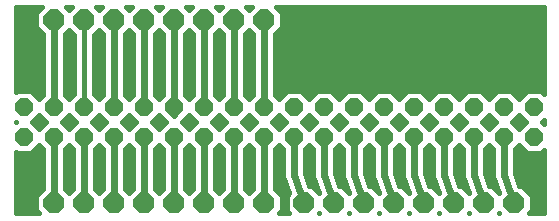
<source format=gbl>
G75*
%MOIN*%
%OFA0B0*%
%FSLAX25Y25*%
%IPPOS*%
%LPD*%
%AMOC8*
5,1,8,0,0,1.08239X$1,22.5*
%
%ADD10OC8,0.06000*%
%ADD11OC8,0.07000*%
%ADD12C,0.02400*%
%ADD13C,0.01600*%
D10*
X0011013Y0033670D03*
X0021013Y0033670D03*
X0031013Y0033670D03*
X0041013Y0033670D03*
X0051013Y0033670D03*
X0061013Y0033670D03*
X0071013Y0033670D03*
X0081013Y0033670D03*
X0091013Y0033670D03*
X0101013Y0033670D03*
X0111013Y0033670D03*
X0121013Y0033670D03*
X0131013Y0033670D03*
X0141013Y0033670D03*
X0151013Y0033670D03*
X0161013Y0033670D03*
X0171013Y0033670D03*
X0181013Y0033670D03*
X0181013Y0043670D03*
X0171013Y0043670D03*
X0161013Y0043670D03*
X0151013Y0043670D03*
X0141013Y0043670D03*
X0131013Y0043670D03*
X0121013Y0043670D03*
X0111013Y0043670D03*
X0101013Y0043670D03*
X0091013Y0043670D03*
X0081013Y0043670D03*
X0071013Y0043670D03*
X0061013Y0043670D03*
X0051013Y0043670D03*
X0041013Y0043670D03*
X0031013Y0043670D03*
X0021013Y0043670D03*
X0011013Y0043670D03*
D11*
X0021013Y0072725D03*
X0031013Y0072725D03*
X0041013Y0072725D03*
X0051013Y0072725D03*
X0061013Y0072725D03*
X0071013Y0072725D03*
X0081013Y0072725D03*
X0091013Y0072725D03*
X0091013Y0011595D03*
X0081013Y0011595D03*
X0071013Y0011595D03*
X0061013Y0011595D03*
X0051013Y0011595D03*
X0041013Y0011595D03*
X0031013Y0011595D03*
X0021013Y0011595D03*
X0104517Y0011643D03*
X0114517Y0011643D03*
X0124517Y0011643D03*
X0134517Y0011643D03*
X0144517Y0011643D03*
X0154517Y0011643D03*
X0164517Y0011643D03*
X0174517Y0011643D03*
D12*
X0171013Y0021170D01*
X0171013Y0033670D01*
X0161013Y0033670D02*
X0161013Y0021170D01*
X0164517Y0011643D01*
X0154517Y0011643D02*
X0151013Y0021170D01*
X0151013Y0033670D01*
X0141013Y0033670D02*
X0141013Y0021170D01*
X0144517Y0011643D01*
X0134517Y0011643D02*
X0131013Y0021170D01*
X0131013Y0033670D01*
X0121013Y0033670D02*
X0121013Y0021170D01*
X0124517Y0011643D01*
X0114517Y0011643D02*
X0111013Y0021170D01*
X0111013Y0033670D01*
X0101013Y0033670D02*
X0101013Y0021170D01*
X0104517Y0011643D01*
X0091013Y0011595D02*
X0091013Y0033670D01*
X0081013Y0033670D02*
X0081013Y0011595D01*
X0071013Y0011595D02*
X0071013Y0033670D01*
X0061013Y0033670D02*
X0061013Y0011595D01*
X0051013Y0011595D02*
X0051013Y0033670D01*
X0041013Y0033670D02*
X0041013Y0011595D01*
X0031013Y0011595D02*
X0031013Y0033670D01*
X0021013Y0033670D02*
X0021013Y0011595D01*
X0061013Y0041170D02*
X0061013Y0072725D01*
X0071013Y0072725D02*
X0071013Y0043670D01*
X0081013Y0043670D02*
X0081013Y0072725D01*
X0091013Y0072725D02*
X0091013Y0043670D01*
X0051013Y0043670D02*
X0051013Y0072725D01*
X0041013Y0072725D02*
X0041013Y0043670D01*
X0021013Y0043670D02*
X0021013Y0072725D01*
D13*
X0008281Y0028765D02*
X0008281Y0008281D01*
X0015983Y0008281D01*
X0015113Y0009151D01*
X0015113Y0014039D01*
X0017413Y0016339D01*
X0017413Y0029633D01*
X0016013Y0031033D01*
X0013249Y0028270D01*
X0008776Y0028270D01*
X0008281Y0028765D01*
X0008281Y0028164D02*
X0017413Y0028164D01*
X0017413Y0026565D02*
X0008281Y0026565D01*
X0008281Y0024967D02*
X0017413Y0024967D01*
X0017413Y0023368D02*
X0008281Y0023368D01*
X0008281Y0021770D02*
X0017413Y0021770D01*
X0017413Y0020171D02*
X0008281Y0020171D01*
X0008281Y0018573D02*
X0017413Y0018573D01*
X0017413Y0016974D02*
X0008281Y0016974D01*
X0008281Y0015375D02*
X0016449Y0015375D01*
X0015113Y0013777D02*
X0008281Y0013777D01*
X0008281Y0012178D02*
X0015113Y0012178D01*
X0015113Y0010580D02*
X0008281Y0010580D01*
X0008281Y0008981D02*
X0015283Y0008981D01*
X0024613Y0016339D02*
X0026013Y0014939D01*
X0027413Y0016339D01*
X0027413Y0029633D01*
X0026013Y0031033D01*
X0024613Y0029633D01*
X0024613Y0016339D01*
X0024613Y0016974D02*
X0027413Y0016974D01*
X0027413Y0018573D02*
X0024613Y0018573D01*
X0024613Y0020171D02*
X0027413Y0020171D01*
X0027413Y0021770D02*
X0024613Y0021770D01*
X0024613Y0023368D02*
X0027413Y0023368D01*
X0027413Y0024967D02*
X0024613Y0024967D01*
X0024613Y0026565D02*
X0027413Y0026565D01*
X0027413Y0028164D02*
X0024613Y0028164D01*
X0024741Y0029762D02*
X0027284Y0029762D01*
X0034613Y0029633D02*
X0036013Y0031033D01*
X0037413Y0029633D01*
X0037413Y0016339D01*
X0036013Y0014939D01*
X0034613Y0016339D01*
X0034613Y0029633D01*
X0034741Y0029762D02*
X0037284Y0029762D01*
X0037413Y0028164D02*
X0034613Y0028164D01*
X0034613Y0026565D02*
X0037413Y0026565D01*
X0037413Y0024967D02*
X0034613Y0024967D01*
X0034613Y0023368D02*
X0037413Y0023368D01*
X0037413Y0021770D02*
X0034613Y0021770D01*
X0034613Y0020171D02*
X0037413Y0020171D01*
X0037413Y0018573D02*
X0034613Y0018573D01*
X0034613Y0016974D02*
X0037413Y0016974D01*
X0036449Y0015375D02*
X0035576Y0015375D01*
X0044613Y0016339D02*
X0046013Y0014939D01*
X0047413Y0016339D01*
X0047413Y0029633D01*
X0046013Y0031033D01*
X0044613Y0029633D01*
X0044613Y0016339D01*
X0044613Y0016974D02*
X0047413Y0016974D01*
X0047413Y0018573D02*
X0044613Y0018573D01*
X0044613Y0020171D02*
X0047413Y0020171D01*
X0047413Y0021770D02*
X0044613Y0021770D01*
X0044613Y0023368D02*
X0047413Y0023368D01*
X0047413Y0024967D02*
X0044613Y0024967D01*
X0044613Y0026565D02*
X0047413Y0026565D01*
X0047413Y0028164D02*
X0044613Y0028164D01*
X0044741Y0029762D02*
X0047284Y0029762D01*
X0054613Y0029633D02*
X0056013Y0031033D01*
X0057413Y0029633D01*
X0057413Y0016339D01*
X0056013Y0014939D01*
X0054613Y0016339D01*
X0054613Y0029633D01*
X0054741Y0029762D02*
X0057284Y0029762D01*
X0057413Y0028164D02*
X0054613Y0028164D01*
X0054613Y0026565D02*
X0057413Y0026565D01*
X0057413Y0024967D02*
X0054613Y0024967D01*
X0054613Y0023368D02*
X0057413Y0023368D01*
X0057413Y0021770D02*
X0054613Y0021770D01*
X0054613Y0020171D02*
X0057413Y0020171D01*
X0057413Y0018573D02*
X0054613Y0018573D01*
X0054613Y0016974D02*
X0057413Y0016974D01*
X0056449Y0015375D02*
X0055576Y0015375D01*
X0046449Y0015375D02*
X0045576Y0015375D01*
X0064613Y0016339D02*
X0064613Y0029633D01*
X0066013Y0031033D01*
X0067413Y0029633D01*
X0067413Y0016339D01*
X0066013Y0014939D01*
X0064613Y0016339D01*
X0064613Y0016974D02*
X0067413Y0016974D01*
X0067413Y0018573D02*
X0064613Y0018573D01*
X0064613Y0020171D02*
X0067413Y0020171D01*
X0067413Y0021770D02*
X0064613Y0021770D01*
X0064613Y0023368D02*
X0067413Y0023368D01*
X0067413Y0024967D02*
X0064613Y0024967D01*
X0064613Y0026565D02*
X0067413Y0026565D01*
X0067413Y0028164D02*
X0064613Y0028164D01*
X0064741Y0029762D02*
X0067284Y0029762D01*
X0074613Y0029633D02*
X0076013Y0031033D01*
X0077413Y0029633D01*
X0077413Y0016339D01*
X0076013Y0014939D01*
X0074613Y0016339D01*
X0074613Y0029633D01*
X0074741Y0029762D02*
X0077284Y0029762D01*
X0077413Y0028164D02*
X0074613Y0028164D01*
X0074613Y0026565D02*
X0077413Y0026565D01*
X0077413Y0024967D02*
X0074613Y0024967D01*
X0074613Y0023368D02*
X0077413Y0023368D01*
X0077413Y0021770D02*
X0074613Y0021770D01*
X0074613Y0020171D02*
X0077413Y0020171D01*
X0077413Y0018573D02*
X0074613Y0018573D01*
X0074613Y0016974D02*
X0077413Y0016974D01*
X0076449Y0015375D02*
X0075576Y0015375D01*
X0084613Y0016339D02*
X0084613Y0029633D01*
X0086013Y0031033D01*
X0087413Y0029633D01*
X0087413Y0016339D01*
X0086013Y0014939D01*
X0084613Y0016339D01*
X0084613Y0016974D02*
X0087413Y0016974D01*
X0087413Y0018573D02*
X0084613Y0018573D01*
X0084613Y0020171D02*
X0087413Y0020171D01*
X0087413Y0021770D02*
X0084613Y0021770D01*
X0084613Y0023368D02*
X0087413Y0023368D01*
X0087413Y0024967D02*
X0084613Y0024967D01*
X0084613Y0026565D02*
X0087413Y0026565D01*
X0087413Y0028164D02*
X0084613Y0028164D01*
X0084741Y0029762D02*
X0087284Y0029762D01*
X0094613Y0029633D02*
X0096013Y0031033D01*
X0097413Y0029633D01*
X0097413Y0021243D01*
X0097387Y0020600D01*
X0097413Y0020529D01*
X0097413Y0020454D01*
X0097659Y0019860D01*
X0099469Y0014938D01*
X0098617Y0014086D01*
X0098617Y0009199D01*
X0099534Y0008281D01*
X0096042Y0008281D01*
X0096913Y0009151D01*
X0096913Y0014039D01*
X0094613Y0016339D01*
X0094613Y0029633D01*
X0094741Y0029762D02*
X0097284Y0029762D01*
X0097413Y0028164D02*
X0094613Y0028164D01*
X0094613Y0026565D02*
X0097413Y0026565D01*
X0097413Y0024967D02*
X0094613Y0024967D01*
X0094613Y0023368D02*
X0097413Y0023368D01*
X0097413Y0021770D02*
X0094613Y0021770D01*
X0094613Y0020171D02*
X0097530Y0020171D01*
X0098132Y0018573D02*
X0094613Y0018573D01*
X0094613Y0016974D02*
X0098720Y0016974D01*
X0099308Y0015375D02*
X0095576Y0015375D01*
X0096913Y0013777D02*
X0098617Y0013777D01*
X0098617Y0012178D02*
X0096913Y0012178D01*
X0096913Y0010580D02*
X0098617Y0010580D01*
X0098834Y0008981D02*
X0096743Y0008981D01*
X0109499Y0008281D02*
X0109534Y0008281D01*
X0109517Y0008299D01*
X0109499Y0008281D01*
X0119499Y0008281D02*
X0119534Y0008281D01*
X0119517Y0008299D01*
X0119499Y0008281D01*
X0129499Y0008281D02*
X0129534Y0008281D01*
X0129517Y0008299D01*
X0129499Y0008281D01*
X0139499Y0008281D02*
X0139534Y0008281D01*
X0139517Y0008299D01*
X0139499Y0008281D01*
X0149499Y0008281D02*
X0149534Y0008281D01*
X0149517Y0008299D01*
X0149499Y0008281D01*
X0159499Y0008281D02*
X0159534Y0008281D01*
X0159517Y0008299D01*
X0159499Y0008281D01*
X0169499Y0008281D02*
X0169534Y0008281D01*
X0169517Y0008299D01*
X0169499Y0008281D01*
X0179499Y0008281D02*
X0180417Y0009199D01*
X0180417Y0014086D01*
X0176960Y0017543D01*
X0176182Y0017543D01*
X0174613Y0021811D01*
X0174613Y0029633D01*
X0176013Y0031033D01*
X0178776Y0028270D01*
X0183249Y0028270D01*
X0184276Y0029296D01*
X0184276Y0008281D01*
X0179499Y0008281D01*
X0180199Y0008981D02*
X0184276Y0008981D01*
X0184276Y0010580D02*
X0180417Y0010580D01*
X0180417Y0012178D02*
X0184276Y0012178D01*
X0184276Y0013777D02*
X0180417Y0013777D01*
X0179127Y0015375D02*
X0184276Y0015375D01*
X0184276Y0016974D02*
X0177529Y0016974D01*
X0175804Y0018573D02*
X0184276Y0018573D01*
X0184276Y0020171D02*
X0175216Y0020171D01*
X0174628Y0021770D02*
X0184276Y0021770D01*
X0184276Y0023368D02*
X0174613Y0023368D01*
X0174613Y0024967D02*
X0184276Y0024967D01*
X0184276Y0026565D02*
X0174613Y0026565D01*
X0174613Y0028164D02*
X0184276Y0028164D01*
X0177284Y0029762D02*
X0174741Y0029762D01*
X0167413Y0029633D02*
X0167413Y0021243D01*
X0167387Y0020600D01*
X0167413Y0020529D01*
X0167413Y0020454D01*
X0167659Y0019860D01*
X0169413Y0015090D01*
X0166960Y0017543D01*
X0166182Y0017543D01*
X0164613Y0021811D01*
X0164613Y0029633D01*
X0166013Y0031033D01*
X0167413Y0029633D01*
X0167284Y0029762D02*
X0164741Y0029762D01*
X0164613Y0028164D02*
X0167413Y0028164D01*
X0167413Y0026565D02*
X0164613Y0026565D01*
X0164613Y0024967D02*
X0167413Y0024967D01*
X0167413Y0023368D02*
X0164613Y0023368D01*
X0164628Y0021770D02*
X0167413Y0021770D01*
X0167530Y0020171D02*
X0165216Y0020171D01*
X0165804Y0018573D02*
X0168132Y0018573D01*
X0168720Y0016974D02*
X0167529Y0016974D01*
X0169127Y0015375D02*
X0169308Y0015375D01*
X0159413Y0015090D02*
X0156960Y0017543D01*
X0156182Y0017543D01*
X0154613Y0021811D01*
X0154613Y0029633D01*
X0156013Y0031033D01*
X0157413Y0029633D01*
X0157413Y0021243D01*
X0157387Y0020600D01*
X0157413Y0020529D01*
X0157413Y0020454D01*
X0157659Y0019860D01*
X0159413Y0015090D01*
X0159308Y0015375D02*
X0159127Y0015375D01*
X0158720Y0016974D02*
X0157529Y0016974D01*
X0158132Y0018573D02*
X0155804Y0018573D01*
X0155216Y0020171D02*
X0157530Y0020171D01*
X0157413Y0021770D02*
X0154628Y0021770D01*
X0154613Y0023368D02*
X0157413Y0023368D01*
X0157413Y0024967D02*
X0154613Y0024967D01*
X0154613Y0026565D02*
X0157413Y0026565D01*
X0157413Y0028164D02*
X0154613Y0028164D01*
X0154741Y0029762D02*
X0157284Y0029762D01*
X0147413Y0029633D02*
X0147413Y0021243D01*
X0147387Y0020600D01*
X0147413Y0020529D01*
X0147413Y0020454D01*
X0147659Y0019860D01*
X0149413Y0015090D01*
X0146960Y0017543D01*
X0146182Y0017543D01*
X0144613Y0021811D01*
X0144613Y0029633D01*
X0146013Y0031033D01*
X0147413Y0029633D01*
X0147284Y0029762D02*
X0144741Y0029762D01*
X0144613Y0028164D02*
X0147413Y0028164D01*
X0147413Y0026565D02*
X0144613Y0026565D01*
X0144613Y0024967D02*
X0147413Y0024967D01*
X0147413Y0023368D02*
X0144613Y0023368D01*
X0144628Y0021770D02*
X0147413Y0021770D01*
X0147530Y0020171D02*
X0145216Y0020171D01*
X0145804Y0018573D02*
X0148132Y0018573D01*
X0148720Y0016974D02*
X0147529Y0016974D01*
X0149127Y0015375D02*
X0149308Y0015375D01*
X0139413Y0015090D02*
X0136960Y0017543D01*
X0136182Y0017543D01*
X0134613Y0021811D01*
X0134613Y0029633D01*
X0136013Y0031033D01*
X0137413Y0029633D01*
X0137413Y0021243D01*
X0137387Y0020600D01*
X0137413Y0020529D01*
X0137413Y0020454D01*
X0137659Y0019860D01*
X0139413Y0015090D01*
X0139308Y0015375D02*
X0139127Y0015375D01*
X0138720Y0016974D02*
X0137529Y0016974D01*
X0138132Y0018573D02*
X0135804Y0018573D01*
X0135216Y0020171D02*
X0137530Y0020171D01*
X0137413Y0021770D02*
X0134628Y0021770D01*
X0134613Y0023368D02*
X0137413Y0023368D01*
X0137413Y0024967D02*
X0134613Y0024967D01*
X0134613Y0026565D02*
X0137413Y0026565D01*
X0137413Y0028164D02*
X0134613Y0028164D01*
X0134741Y0029762D02*
X0137284Y0029762D01*
X0127413Y0029633D02*
X0127413Y0021243D01*
X0127387Y0020600D01*
X0127413Y0020529D01*
X0127413Y0020454D01*
X0127659Y0019860D01*
X0129413Y0015090D01*
X0126960Y0017543D01*
X0126182Y0017543D01*
X0124613Y0021811D01*
X0124613Y0029633D01*
X0126013Y0031033D01*
X0127413Y0029633D01*
X0127284Y0029762D02*
X0124741Y0029762D01*
X0124613Y0028164D02*
X0127413Y0028164D01*
X0127413Y0026565D02*
X0124613Y0026565D01*
X0124613Y0024967D02*
X0127413Y0024967D01*
X0127413Y0023368D02*
X0124613Y0023368D01*
X0124628Y0021770D02*
X0127413Y0021770D01*
X0127530Y0020171D02*
X0125216Y0020171D01*
X0125804Y0018573D02*
X0128132Y0018573D01*
X0128720Y0016974D02*
X0127529Y0016974D01*
X0129127Y0015375D02*
X0129308Y0015375D01*
X0119413Y0015090D02*
X0116960Y0017543D01*
X0116182Y0017543D01*
X0114613Y0021811D01*
X0114613Y0029633D01*
X0116013Y0031033D01*
X0117413Y0029633D01*
X0117413Y0021243D01*
X0117387Y0020600D01*
X0117413Y0020529D01*
X0117413Y0020454D01*
X0117659Y0019860D01*
X0119413Y0015090D01*
X0119308Y0015375D02*
X0119127Y0015375D01*
X0118720Y0016974D02*
X0117529Y0016974D01*
X0118132Y0018573D02*
X0115804Y0018573D01*
X0115216Y0020171D02*
X0117530Y0020171D01*
X0117413Y0021770D02*
X0114628Y0021770D01*
X0114613Y0023368D02*
X0117413Y0023368D01*
X0117413Y0024967D02*
X0114613Y0024967D01*
X0114613Y0026565D02*
X0117413Y0026565D01*
X0117413Y0028164D02*
X0114613Y0028164D01*
X0114741Y0029762D02*
X0117284Y0029762D01*
X0107413Y0029633D02*
X0107413Y0021243D01*
X0107387Y0020600D01*
X0107413Y0020529D01*
X0107413Y0020454D01*
X0107659Y0019860D01*
X0109413Y0015090D01*
X0106960Y0017543D01*
X0106182Y0017543D01*
X0104613Y0021811D01*
X0104613Y0029633D01*
X0106013Y0031033D01*
X0107413Y0029633D01*
X0107284Y0029762D02*
X0104741Y0029762D01*
X0104613Y0028164D02*
X0107413Y0028164D01*
X0107413Y0026565D02*
X0104613Y0026565D01*
X0104613Y0024967D02*
X0107413Y0024967D01*
X0107413Y0023368D02*
X0104613Y0023368D01*
X0104628Y0021770D02*
X0107413Y0021770D01*
X0107530Y0020171D02*
X0105216Y0020171D01*
X0105804Y0018573D02*
X0108132Y0018573D01*
X0108720Y0016974D02*
X0107529Y0016974D01*
X0109127Y0015375D02*
X0109308Y0015375D01*
X0086449Y0015375D02*
X0085576Y0015375D01*
X0066449Y0015375D02*
X0065576Y0015375D01*
X0026449Y0015375D02*
X0025576Y0015375D01*
X0017284Y0029762D02*
X0014741Y0029762D01*
X0016013Y0036307D02*
X0013649Y0038670D01*
X0016013Y0041033D01*
X0018376Y0038670D01*
X0016013Y0036307D01*
X0014565Y0037755D02*
X0017460Y0037755D01*
X0017693Y0039353D02*
X0014332Y0039353D01*
X0015931Y0040952D02*
X0016094Y0040952D01*
X0023649Y0038670D02*
X0026013Y0041033D01*
X0028376Y0038670D01*
X0026013Y0036307D01*
X0023649Y0038670D01*
X0024332Y0039353D02*
X0027693Y0039353D01*
X0026094Y0040952D02*
X0025931Y0040952D01*
X0024565Y0037755D02*
X0027460Y0037755D01*
X0033649Y0038670D02*
X0036013Y0041033D01*
X0038376Y0038670D01*
X0036013Y0036307D01*
X0033649Y0038670D01*
X0034332Y0039353D02*
X0037693Y0039353D01*
X0036094Y0040952D02*
X0035931Y0040952D01*
X0034565Y0037755D02*
X0037460Y0037755D01*
X0043649Y0038670D02*
X0046013Y0041033D01*
X0048376Y0038670D01*
X0046013Y0036307D01*
X0043649Y0038670D01*
X0044332Y0039353D02*
X0047693Y0039353D01*
X0046094Y0040952D02*
X0045931Y0040952D01*
X0044565Y0037755D02*
X0047460Y0037755D01*
X0053649Y0038670D02*
X0056013Y0041033D01*
X0058376Y0038670D01*
X0056013Y0036307D01*
X0053649Y0038670D01*
X0054332Y0039353D02*
X0057693Y0039353D01*
X0056094Y0040952D02*
X0055931Y0040952D01*
X0054565Y0037755D02*
X0057460Y0037755D01*
X0063649Y0038670D02*
X0066013Y0041033D01*
X0068376Y0038670D01*
X0066013Y0036307D01*
X0063649Y0038670D01*
X0064332Y0039353D02*
X0067693Y0039353D01*
X0066094Y0040952D02*
X0065931Y0040952D01*
X0064565Y0037755D02*
X0067460Y0037755D01*
X0073649Y0038670D02*
X0076013Y0041033D01*
X0078376Y0038670D01*
X0076013Y0036307D01*
X0073649Y0038670D01*
X0074332Y0039353D02*
X0077693Y0039353D01*
X0076094Y0040952D02*
X0075931Y0040952D01*
X0074565Y0037755D02*
X0077460Y0037755D01*
X0083649Y0038670D02*
X0086013Y0041033D01*
X0088376Y0038670D01*
X0086013Y0036307D01*
X0083649Y0038670D01*
X0084332Y0039353D02*
X0087693Y0039353D01*
X0086094Y0040952D02*
X0085931Y0040952D01*
X0084565Y0037755D02*
X0087460Y0037755D01*
X0093649Y0038670D02*
X0096013Y0036307D01*
X0098376Y0038670D01*
X0096013Y0041033D01*
X0093649Y0038670D01*
X0094332Y0039353D02*
X0097693Y0039353D01*
X0096094Y0040952D02*
X0095931Y0040952D01*
X0094565Y0037755D02*
X0097460Y0037755D01*
X0103649Y0038670D02*
X0106013Y0041033D01*
X0108376Y0038670D01*
X0106013Y0036307D01*
X0103649Y0038670D01*
X0104332Y0039353D02*
X0107693Y0039353D01*
X0106094Y0040952D02*
X0105931Y0040952D01*
X0104565Y0037755D02*
X0107460Y0037755D01*
X0113649Y0038670D02*
X0116013Y0041033D01*
X0118376Y0038670D01*
X0116013Y0036307D01*
X0113649Y0038670D01*
X0114332Y0039353D02*
X0117693Y0039353D01*
X0116094Y0040952D02*
X0115931Y0040952D01*
X0114565Y0037755D02*
X0117460Y0037755D01*
X0123649Y0038670D02*
X0126013Y0041033D01*
X0128376Y0038670D01*
X0126013Y0036307D01*
X0123649Y0038670D01*
X0124332Y0039353D02*
X0127693Y0039353D01*
X0126094Y0040952D02*
X0125931Y0040952D01*
X0124565Y0037755D02*
X0127460Y0037755D01*
X0133649Y0038670D02*
X0136013Y0041033D01*
X0138376Y0038670D01*
X0136013Y0036307D01*
X0133649Y0038670D01*
X0134332Y0039353D02*
X0137693Y0039353D01*
X0136094Y0040952D02*
X0135931Y0040952D01*
X0134565Y0037755D02*
X0137460Y0037755D01*
X0143649Y0038670D02*
X0146013Y0041033D01*
X0148376Y0038670D01*
X0146013Y0036307D01*
X0143649Y0038670D01*
X0144332Y0039353D02*
X0147693Y0039353D01*
X0146094Y0040952D02*
X0145931Y0040952D01*
X0144565Y0037755D02*
X0147460Y0037755D01*
X0153649Y0038670D02*
X0156013Y0041033D01*
X0158376Y0038670D01*
X0156013Y0036307D01*
X0153649Y0038670D01*
X0154332Y0039353D02*
X0157693Y0039353D01*
X0156094Y0040952D02*
X0155931Y0040952D01*
X0154565Y0037755D02*
X0157460Y0037755D01*
X0163649Y0038670D02*
X0166013Y0041033D01*
X0168376Y0038670D01*
X0166013Y0036307D01*
X0163649Y0038670D01*
X0164332Y0039353D02*
X0167693Y0039353D01*
X0166094Y0040952D02*
X0165931Y0040952D01*
X0164565Y0037755D02*
X0167460Y0037755D01*
X0173649Y0038670D02*
X0176013Y0041033D01*
X0178376Y0038670D01*
X0176013Y0036307D01*
X0173649Y0038670D01*
X0174332Y0039353D02*
X0177693Y0039353D01*
X0176094Y0040952D02*
X0175931Y0040952D01*
X0174565Y0037755D02*
X0177460Y0037755D01*
X0183649Y0038670D02*
X0184276Y0038044D01*
X0184276Y0039296D01*
X0183649Y0038670D01*
X0176013Y0046307D02*
X0173249Y0049070D01*
X0168776Y0049070D01*
X0166013Y0046307D01*
X0163249Y0049070D01*
X0158776Y0049070D01*
X0156013Y0046307D01*
X0153249Y0049070D01*
X0148776Y0049070D01*
X0146013Y0046307D01*
X0143249Y0049070D01*
X0138776Y0049070D01*
X0136013Y0046307D01*
X0133249Y0049070D01*
X0128776Y0049070D01*
X0126013Y0046307D01*
X0123249Y0049070D01*
X0118776Y0049070D01*
X0116013Y0046307D01*
X0113249Y0049070D01*
X0108776Y0049070D01*
X0106013Y0046307D01*
X0103249Y0049070D01*
X0098776Y0049070D01*
X0096013Y0046307D01*
X0094613Y0047707D01*
X0094613Y0067981D01*
X0096913Y0070281D01*
X0096913Y0075169D01*
X0095149Y0076933D01*
X0184276Y0076933D01*
X0184276Y0048044D01*
X0183249Y0049070D01*
X0178776Y0049070D01*
X0176013Y0046307D01*
X0174974Y0047346D02*
X0177052Y0047346D01*
X0178650Y0048944D02*
X0173375Y0048944D01*
X0168650Y0048944D02*
X0163375Y0048944D01*
X0164974Y0047346D02*
X0167052Y0047346D01*
X0158650Y0048944D02*
X0153375Y0048944D01*
X0154974Y0047346D02*
X0157052Y0047346D01*
X0148650Y0048944D02*
X0143375Y0048944D01*
X0144974Y0047346D02*
X0147052Y0047346D01*
X0138650Y0048944D02*
X0133375Y0048944D01*
X0134974Y0047346D02*
X0137052Y0047346D01*
X0128650Y0048944D02*
X0123375Y0048944D01*
X0124974Y0047346D02*
X0127052Y0047346D01*
X0118650Y0048944D02*
X0113375Y0048944D01*
X0114974Y0047346D02*
X0117052Y0047346D01*
X0108650Y0048944D02*
X0103375Y0048944D01*
X0104974Y0047346D02*
X0107052Y0047346D01*
X0098650Y0048944D02*
X0094613Y0048944D01*
X0094613Y0050543D02*
X0184276Y0050543D01*
X0184276Y0052141D02*
X0094613Y0052141D01*
X0094613Y0053740D02*
X0184276Y0053740D01*
X0184276Y0055338D02*
X0094613Y0055338D01*
X0094613Y0056937D02*
X0184276Y0056937D01*
X0184276Y0058535D02*
X0094613Y0058535D01*
X0094613Y0060134D02*
X0184276Y0060134D01*
X0184276Y0061732D02*
X0094613Y0061732D01*
X0094613Y0063331D02*
X0184276Y0063331D01*
X0184276Y0064929D02*
X0094613Y0064929D01*
X0094613Y0066528D02*
X0184276Y0066528D01*
X0184276Y0068126D02*
X0094758Y0068126D01*
X0096356Y0069725D02*
X0184276Y0069725D01*
X0184276Y0071323D02*
X0096913Y0071323D01*
X0096913Y0072922D02*
X0184276Y0072922D01*
X0184276Y0074520D02*
X0096913Y0074520D01*
X0095963Y0076119D02*
X0184276Y0076119D01*
X0184276Y0048944D02*
X0183375Y0048944D01*
X0097052Y0047346D02*
X0094974Y0047346D01*
X0087413Y0047707D02*
X0086013Y0046307D01*
X0084613Y0047707D01*
X0084613Y0067981D01*
X0086013Y0069381D01*
X0087413Y0067981D01*
X0087413Y0047707D01*
X0087052Y0047346D02*
X0084974Y0047346D01*
X0084613Y0048944D02*
X0087413Y0048944D01*
X0087413Y0050543D02*
X0084613Y0050543D01*
X0084613Y0052141D02*
X0087413Y0052141D01*
X0087413Y0053740D02*
X0084613Y0053740D01*
X0084613Y0055338D02*
X0087413Y0055338D01*
X0087413Y0056937D02*
X0084613Y0056937D01*
X0084613Y0058535D02*
X0087413Y0058535D01*
X0087413Y0060134D02*
X0084613Y0060134D01*
X0084613Y0061732D02*
X0087413Y0061732D01*
X0087413Y0063331D02*
X0084613Y0063331D01*
X0084613Y0064929D02*
X0087413Y0064929D01*
X0087413Y0066528D02*
X0084613Y0066528D01*
X0084758Y0068126D02*
X0087268Y0068126D01*
X0077413Y0067981D02*
X0077413Y0047707D01*
X0076013Y0046307D01*
X0074613Y0047707D01*
X0074613Y0067981D01*
X0076013Y0069381D01*
X0077413Y0067981D01*
X0077268Y0068126D02*
X0074758Y0068126D01*
X0074613Y0066528D02*
X0077413Y0066528D01*
X0077413Y0064929D02*
X0074613Y0064929D01*
X0074613Y0063331D02*
X0077413Y0063331D01*
X0077413Y0061732D02*
X0074613Y0061732D01*
X0074613Y0060134D02*
X0077413Y0060134D01*
X0077413Y0058535D02*
X0074613Y0058535D01*
X0074613Y0056937D02*
X0077413Y0056937D01*
X0077413Y0055338D02*
X0074613Y0055338D01*
X0074613Y0053740D02*
X0077413Y0053740D01*
X0077413Y0052141D02*
X0074613Y0052141D01*
X0074613Y0050543D02*
X0077413Y0050543D01*
X0077413Y0048944D02*
X0074613Y0048944D01*
X0074974Y0047346D02*
X0077052Y0047346D01*
X0067413Y0047707D02*
X0066013Y0046307D01*
X0064613Y0047707D01*
X0064613Y0067981D01*
X0066013Y0069381D01*
X0067413Y0067981D01*
X0067413Y0047707D01*
X0067052Y0047346D02*
X0064974Y0047346D01*
X0064613Y0048944D02*
X0067413Y0048944D01*
X0067413Y0050543D02*
X0064613Y0050543D01*
X0064613Y0052141D02*
X0067413Y0052141D01*
X0067413Y0053740D02*
X0064613Y0053740D01*
X0064613Y0055338D02*
X0067413Y0055338D01*
X0067413Y0056937D02*
X0064613Y0056937D01*
X0064613Y0058535D02*
X0067413Y0058535D01*
X0067413Y0060134D02*
X0064613Y0060134D01*
X0064613Y0061732D02*
X0067413Y0061732D01*
X0067413Y0063331D02*
X0064613Y0063331D01*
X0064613Y0064929D02*
X0067413Y0064929D01*
X0067413Y0066528D02*
X0064613Y0066528D01*
X0064758Y0068126D02*
X0067268Y0068126D01*
X0057413Y0067981D02*
X0057413Y0047707D01*
X0056013Y0046307D01*
X0054613Y0047707D01*
X0054613Y0067981D01*
X0056013Y0069381D01*
X0057413Y0067981D01*
X0057268Y0068126D02*
X0054758Y0068126D01*
X0054613Y0066528D02*
X0057413Y0066528D01*
X0057413Y0064929D02*
X0054613Y0064929D01*
X0054613Y0063331D02*
X0057413Y0063331D01*
X0057413Y0061732D02*
X0054613Y0061732D01*
X0054613Y0060134D02*
X0057413Y0060134D01*
X0057413Y0058535D02*
X0054613Y0058535D01*
X0054613Y0056937D02*
X0057413Y0056937D01*
X0057413Y0055338D02*
X0054613Y0055338D01*
X0054613Y0053740D02*
X0057413Y0053740D01*
X0057413Y0052141D02*
X0054613Y0052141D01*
X0054613Y0050543D02*
X0057413Y0050543D01*
X0057413Y0048944D02*
X0054613Y0048944D01*
X0054974Y0047346D02*
X0057052Y0047346D01*
X0047413Y0047707D02*
X0046013Y0046307D01*
X0044613Y0047707D01*
X0044613Y0067981D01*
X0046013Y0069381D01*
X0047413Y0067981D01*
X0047413Y0047707D01*
X0047052Y0047346D02*
X0044974Y0047346D01*
X0044613Y0048944D02*
X0047413Y0048944D01*
X0047413Y0050543D02*
X0044613Y0050543D01*
X0044613Y0052141D02*
X0047413Y0052141D01*
X0047413Y0053740D02*
X0044613Y0053740D01*
X0044613Y0055338D02*
X0047413Y0055338D01*
X0047413Y0056937D02*
X0044613Y0056937D01*
X0044613Y0058535D02*
X0047413Y0058535D01*
X0047413Y0060134D02*
X0044613Y0060134D01*
X0044613Y0061732D02*
X0047413Y0061732D01*
X0047413Y0063331D02*
X0044613Y0063331D01*
X0044613Y0064929D02*
X0047413Y0064929D01*
X0047413Y0066528D02*
X0044613Y0066528D01*
X0044758Y0068126D02*
X0047268Y0068126D01*
X0037413Y0067981D02*
X0037413Y0047707D01*
X0036013Y0046307D01*
X0034213Y0048107D01*
X0034213Y0067581D01*
X0036013Y0069381D01*
X0037413Y0067981D01*
X0037268Y0068126D02*
X0034758Y0068126D01*
X0034213Y0066528D02*
X0037413Y0066528D01*
X0037413Y0064929D02*
X0034213Y0064929D01*
X0034213Y0063331D02*
X0037413Y0063331D01*
X0037413Y0061732D02*
X0034213Y0061732D01*
X0034213Y0060134D02*
X0037413Y0060134D01*
X0037413Y0058535D02*
X0034213Y0058535D01*
X0034213Y0056937D02*
X0037413Y0056937D01*
X0037413Y0055338D02*
X0034213Y0055338D01*
X0034213Y0053740D02*
X0037413Y0053740D01*
X0037413Y0052141D02*
X0034213Y0052141D01*
X0034213Y0050543D02*
X0037413Y0050543D01*
X0037413Y0048944D02*
X0034213Y0048944D01*
X0034974Y0047346D02*
X0037052Y0047346D01*
X0031013Y0043670D02*
X0031013Y0072725D01*
X0035149Y0076933D02*
X0036013Y0076069D01*
X0036877Y0076933D01*
X0035149Y0076933D01*
X0035963Y0076119D02*
X0036062Y0076119D01*
X0045149Y0076933D02*
X0046013Y0076069D01*
X0046877Y0076933D01*
X0045149Y0076933D01*
X0045963Y0076119D02*
X0046062Y0076119D01*
X0055149Y0076933D02*
X0056013Y0076069D01*
X0056877Y0076933D01*
X0055149Y0076933D01*
X0055963Y0076119D02*
X0056062Y0076119D01*
X0065149Y0076933D02*
X0066013Y0076069D01*
X0066877Y0076933D01*
X0065149Y0076933D01*
X0065963Y0076119D02*
X0066062Y0076119D01*
X0075149Y0076933D02*
X0076013Y0076069D01*
X0076877Y0076933D01*
X0075149Y0076933D01*
X0075963Y0076119D02*
X0076062Y0076119D01*
X0085149Y0076933D02*
X0086013Y0076069D01*
X0086877Y0076933D01*
X0085149Y0076933D01*
X0085963Y0076119D02*
X0086062Y0076119D01*
X0027813Y0067581D02*
X0027813Y0048107D01*
X0026013Y0046307D01*
X0024613Y0047707D01*
X0024613Y0067981D01*
X0026013Y0069381D01*
X0027813Y0067581D01*
X0027268Y0068126D02*
X0024758Y0068126D01*
X0024613Y0066528D02*
X0027813Y0066528D01*
X0027813Y0064929D02*
X0024613Y0064929D01*
X0024613Y0063331D02*
X0027813Y0063331D01*
X0027813Y0061732D02*
X0024613Y0061732D01*
X0024613Y0060134D02*
X0027813Y0060134D01*
X0027813Y0058535D02*
X0024613Y0058535D01*
X0024613Y0056937D02*
X0027813Y0056937D01*
X0027813Y0055338D02*
X0024613Y0055338D01*
X0024613Y0053740D02*
X0027813Y0053740D01*
X0027813Y0052141D02*
X0024613Y0052141D01*
X0024613Y0050543D02*
X0027813Y0050543D01*
X0027813Y0048944D02*
X0024613Y0048944D01*
X0024974Y0047346D02*
X0027052Y0047346D01*
X0017413Y0047707D02*
X0016013Y0046307D01*
X0013249Y0049070D01*
X0008776Y0049070D01*
X0008281Y0048575D01*
X0008281Y0076933D01*
X0016877Y0076933D01*
X0015113Y0075169D01*
X0015113Y0070281D01*
X0017413Y0067981D01*
X0017413Y0047707D01*
X0017052Y0047346D02*
X0014974Y0047346D01*
X0013375Y0048944D02*
X0017413Y0048944D01*
X0017413Y0050543D02*
X0008281Y0050543D01*
X0008281Y0052141D02*
X0017413Y0052141D01*
X0017413Y0053740D02*
X0008281Y0053740D01*
X0008281Y0055338D02*
X0017413Y0055338D01*
X0017413Y0056937D02*
X0008281Y0056937D01*
X0008281Y0058535D02*
X0017413Y0058535D01*
X0017413Y0060134D02*
X0008281Y0060134D01*
X0008281Y0061732D02*
X0017413Y0061732D01*
X0017413Y0063331D02*
X0008281Y0063331D01*
X0008281Y0064929D02*
X0017413Y0064929D01*
X0017413Y0066528D02*
X0008281Y0066528D01*
X0008281Y0068126D02*
X0017268Y0068126D01*
X0015669Y0069725D02*
X0008281Y0069725D01*
X0008281Y0071323D02*
X0015113Y0071323D01*
X0015113Y0072922D02*
X0008281Y0072922D01*
X0008281Y0074520D02*
X0015113Y0074520D01*
X0016062Y0076119D02*
X0008281Y0076119D01*
X0025149Y0076933D02*
X0026013Y0076069D01*
X0026877Y0076933D01*
X0025149Y0076933D01*
X0025963Y0076119D02*
X0026062Y0076119D01*
X0008650Y0048944D02*
X0008281Y0048944D01*
X0008281Y0038765D02*
X0008376Y0038670D01*
X0008281Y0038575D01*
X0008281Y0038765D01*
M02*

</source>
